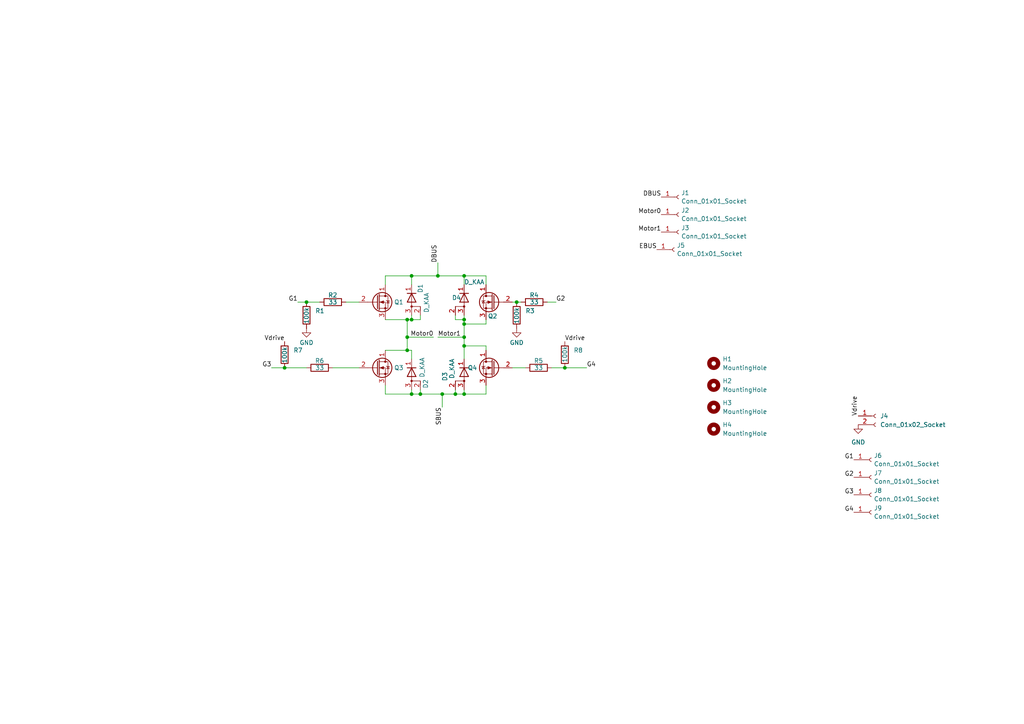
<source format=kicad_sch>
(kicad_sch (version 20231120) (generator "eeschema") (generator_version "8.0")
  (paper "A4")
  (lib_symbols
    (symbol "Connector:Conn_01x01_Socket" (pin_names (offset 1.016) hide)
      (property "Reference" "J" (at 0 2.54 0))
      (property "Value" "Conn_01x01_Socket" (at 0 -2.54 0))
      (symbol "Conn_01x01_Socket_1_1"
        (polyline (pts (xy -1.27 0) (xy -0.508 0)) (stroke (width 0.1524)))
        (arc (start 0 0.508) (mid -0.5058 0) (end 0 -0.508) (stroke (width 0.1524)))
        (pin passive line (at -5.08 0 0) (length 3.81) (name "Pin_1") (number "1"))
      )
    )
    (symbol "Connector:Conn_01x02_Socket" (pin_names (offset 1.016) hide)
      (property "Reference" "J" (at 0 2.54 0))
      (property "Value" "Conn_01x02_Socket" (at 0 -5.08 0))
      (symbol "Conn_01x02_Socket_1_1"
        (arc (start 0 -2.032) (mid -0.5058 -2.54) (end 0 -3.048) (stroke (width 0.1524)))
        (polyline (pts (xy -1.27 -2.54) (xy -0.508 -2.54)) (stroke (width 0.1524)))
        (polyline (pts (xy -1.27 0) (xy -0.508 0)) (stroke (width 0.1524)))
        (arc (start 0 0.508) (mid -0.5058 0) (end 0 -0.508) (stroke (width 0.1524)))
        (pin passive line (at -5.08 0 0) (length 3.81) (name "Pin_1") (number "1"))
        (pin passive line (at -5.08 -2.54 0) (length 3.81) (name "Pin_2") (number "2"))
      )
    )
    (symbol "Device:D_KAA" (pin_names (offset 0) hide)
      (property "Reference" "D" (at 0 2.54 0))
      (property "Value" "D_KAA" (at 0 -2.54 0))
      (symbol "D_KAA_0_1"
        (polyline (pts (xy -1.27 1.27) (xy -1.27 -1.27)) (stroke (width 0.254)))
        (polyline (pts (xy 1.27 1.27) (xy 1.27 -1.27) (xy -1.27 0) (xy 1.27 1.27)) (stroke (width 0.254)))
        (polyline (pts (xy 3.81 2.54) (xy 2.54 2.54) (xy 2.54 0) (xy -1.27 0)))
        (circle (center 2.54 0) (radius 0.254) (fill (type outline)))
      )
      (symbol "D_KAA_1_1"
        (pin passive line (at -3.81 0 0) (length 2.54) (name "K") (number "1"))
        (pin passive line (at 5.08 2.54 180) (length 2.54) (name "A") (number "2"))
        (pin passive line (at 5.08 0 180) (length 2.54) (name "A") (number "3"))
      )
    )
    (symbol "Device:Q_NMOS_Depletion_DGS" (pin_names (offset 0) hide)
      (property "Reference" "Q" (at 5.08 1.905 0))
      (property "Value" "Q_NMOS_Depletion_DGS" (at 5.08 0 0))
      (symbol "Q_NMOS_Depletion_DGS_0_1"
        (polyline (pts (xy 0.254 0) (xy -2.54 0)))
        (polyline (pts (xy 0.254 1.905) (xy 0.254 -1.905)) (stroke (width 0.254)))
        (polyline (pts (xy 0.762 2.286) (xy 0.762 -2.286)) (stroke (width 0.254)))
        (polyline (pts (xy 2.54 2.54) (xy 2.54 1.778)))
        (polyline (pts (xy 2.54 -2.54) (xy 2.54 0) (xy 0.762 0)))
        (polyline (pts (xy 0.762 -1.778) (xy 3.302 -1.778) (xy 3.302 1.778) (xy 0.762 1.778)))
        (polyline (pts (xy 1.016 0) (xy 2.032 0.381) (xy 2.032 -0.381) (xy 1.016 0)) (fill (type outline)))
        (polyline (pts (xy 2.794 0.508) (xy 2.921 0.381) (xy 3.683 0.381) (xy 3.81 0.254)))
        (polyline (pts (xy 3.302 0.381) (xy 2.921 -0.254) (xy 3.683 -0.254) (xy 3.302 0.381)))
        (circle (center 1.651 0) (radius 2.794) (stroke (width 0.254)))
        (circle (center 2.54 -1.778) (radius 0.254) (fill (type outline)))
        (circle (center 2.54 1.778) (radius 0.254) (fill (type outline)))
      )
      (symbol "Q_NMOS_Depletion_DGS_1_1"
        (pin passive line (at 2.54 5.08 270) (length 2.54) (name "D") (number "1"))
        (pin input line (at -5.08 0 0) (length 2.54) (name "G") (number "2"))
        (pin passive line (at 2.54 -5.08 90) (length 2.54) (name "S") (number "3"))
      )
    )
    (symbol "Device:R" (pin_numbers hide) (pin_names (offset 0))
      (property "Reference" "R" (at 2.032 0 90))
      (property "Value" "R" (at 0 0 90))
      (symbol "R_0_1"
        (rectangle (start -1.016 -2.54) (end 1.016 2.54) (stroke (width 0.254)))
      )
      (symbol "R_1_1"
        (pin passive line (at 0 3.81 270) (length 1.27) (name "~") (number "1"))
        (pin passive line (at 0 -3.81 90) (length 1.27) (name "~") (number "2"))
      )
    )
    (symbol "Mechanical:MountingHole" (pin_names (offset 1.016)) (exclude_from_sim yes) (in_bom no)
      (property "Reference" "H" (at 0 5.08 0))
      (property "Value" "MountingHole" (at 0 3.175 0))
      (symbol "MountingHole_0_1"
        (circle (center 0 0) (radius 1.27) (stroke (width 1.27)))
      )
    )
    (symbol "power:GND" (power) (pin_numbers hide) (pin_names (offset 0) hide)
      (property "Value" "GND" (at 0 -3.81 0))
      (symbol "GND_0_1"
        (polyline (pts (xy 0 0) (xy 0 -1.27) (xy 1.27 -1.27) (xy 0 -2.54) (xy -1.27 -1.27) (xy 0 -1.27)))
      )
      (symbol "GND_1_1"
        (pin power_in line (at 0 0 270) (length 0) (name "~") (number "1"))
      )
    )
  )
  (junction (at 134.62 93.98))
  (junction (at 118.11 101.6))
  (junction (at 88.9 87.63))
  (junction (at 118.11 97.79))
  (junction (at 128.27 114.3))
  (junction (at 119.38 80.01))
  (junction (at 118.11 92.71))
  (junction (at 163.83 106.68))
  (junction (at 149.86 87.63))
  (junction (at 134.62 114.3))
  (junction (at 119.38 114.3))
  (junction (at 134.62 80.01))
  (junction (at 134.62 100.33))
  (junction (at 132.08 114.3))
  (junction (at 119.38 92.71))
  (junction (at 127 80.01))
  (junction (at 134.62 97.79))
  (junction (at 134.62 92.71))
  (junction (at 82.55 106.68))
  (junction (at 121.92 114.3))
  (wire (pts (xy 111.76 80.01) (xy 119.38 80.01)))
  (wire (pts (xy 127 80.01) (xy 134.62 80.01)))
  (wire (pts (xy 140.97 114.3) (xy 140.97 111.76)))
  (wire (pts (xy 163.83 106.68) (xy 160.02 106.68)))
  (wire (pts (xy 119.38 80.01) (xy 127 80.01)))
  (wire (pts (xy 118.11 97.79) (xy 118.11 101.6)))
  (wire (pts (xy 140.97 93.98) (xy 134.62 93.98)))
  (wire (pts (xy 134.62 113.03) (xy 134.62 114.3)))
  (wire (pts (xy 82.55 106.68) (xy 88.9 106.68)))
  (wire (pts (xy 132.08 113.03) (xy 132.08 114.3)))
  (wire (pts (xy 119.38 80.01) (xy 119.38 82.55)))
  (wire (pts (xy 121.92 114.3) (xy 128.27 114.3)))
  (wire (pts (xy 132.08 91.44) (xy 132.08 92.71)))
  (wire (pts (xy 121.92 113.03) (xy 121.92 114.3)))
  (wire (pts (xy 140.97 80.01) (xy 140.97 82.55)))
  (wire (pts (xy 158.75 87.63) (xy 161.29 87.63)))
  (wire (pts (xy 170.18 106.68) (xy 163.83 106.68)))
  (wire (pts (xy 148.59 87.63) (xy 149.86 87.63)))
  (wire (pts (xy 134.62 114.3) (xy 140.97 114.3)))
  (wire (pts (xy 134.62 97.79) (xy 134.62 100.33)))
  (wire (pts (xy 88.9 87.63) (xy 92.71 87.63)))
  (wire (pts (xy 118.11 101.6) (xy 111.76 101.6)))
  (wire (pts (xy 127 76.2) (xy 127 80.01)))
  (wire (pts (xy 134.62 93.98) (xy 134.62 97.79)))
  (wire (pts (xy 134.62 93.98) (xy 134.62 92.71)))
  (wire (pts (xy 140.97 92.71) (xy 140.97 93.98)))
  (wire (pts (xy 111.76 82.55) (xy 111.76 80.01)))
  (wire (pts (xy 86.36 87.63) (xy 88.9 87.63)))
  (wire (pts (xy 134.62 92.71) (xy 132.08 92.71)))
  (wire (pts (xy 78.74 106.68) (xy 82.55 106.68)))
  (wire (pts (xy 100.33 87.63) (xy 104.14 87.63)))
  (wire (pts (xy 140.97 100.33) (xy 134.62 100.33)))
  (wire (pts (xy 125.73 97.79) (xy 118.11 97.79)))
  (wire (pts (xy 128.27 118.11) (xy 128.27 114.3)))
  (wire (pts (xy 149.86 87.63) (xy 151.13 87.63)))
  (wire (pts (xy 119.38 92.71) (xy 121.92 92.71)))
  (wire (pts (xy 134.62 91.44) (xy 134.62 92.71)))
  (wire (pts (xy 111.76 111.76) (xy 111.76 114.3)))
  (wire (pts (xy 134.62 80.01) (xy 140.97 80.01)))
  (wire (pts (xy 119.38 92.71) (xy 119.38 91.44)))
  (wire (pts (xy 127 97.79) (xy 134.62 97.79)))
  (wire (pts (xy 104.14 106.68) (xy 96.52 106.68)))
  (wire (pts (xy 121.92 92.71) (xy 121.92 91.44)))
  (wire (pts (xy 119.38 101.6) (xy 119.38 104.14)))
  (wire (pts (xy 118.11 92.71) (xy 111.76 92.71)))
  (wire (pts (xy 128.27 114.3) (xy 132.08 114.3)))
  (wire (pts (xy 148.59 106.68) (xy 152.4 106.68)))
  (wire (pts (xy 134.62 100.33) (xy 134.62 104.14)))
  (wire (pts (xy 118.11 92.71) (xy 118.11 97.79)))
  (wire (pts (xy 132.08 114.3) (xy 134.62 114.3)))
  (wire (pts (xy 118.11 101.6) (xy 119.38 101.6)))
  (wire (pts (xy 119.38 114.3) (xy 121.92 114.3)))
  (wire (pts (xy 134.62 80.01) (xy 134.62 82.55)))
  (wire (pts (xy 111.76 114.3) (xy 119.38 114.3)))
  (wire (pts (xy 140.97 100.33) (xy 140.97 101.6)))
  (wire (pts (xy 119.38 113.03) (xy 119.38 114.3)))
  (wire (pts (xy 118.11 92.71) (xy 119.38 92.71)))
  (label "Vdrive" (at 163.83 99.06 0))
  (label "DBUS" (at 191.77 57.15 180))
  (label "Motor0" (at 125.73 97.79 180))
  (label "G2" (at 247.65 138.43 180))
  (label "Vdrive" (at 82.55 99.06 180))
  (label "DBUS" (at 127 76.2 90))
  (label "Motor1" (at 127 97.79 0))
  (label "EBUS" (at 190.5 72.39 180))
  (label "Vdrive" (at 248.92 120.65 90))
  (label "Motor0" (at 191.77 62.23 180))
  (label "SBUS" (at 128.27 118.11 270))
  (label "G3" (at 78.74 106.68 180))
  (label "G1" (at 86.36 87.63 180))
  (label "G4" (at 170.18 106.68 0))
  (label "G4" (at 247.65 148.59 180))
  (label "G1" (at 247.65 133.35 180))
  (label "G3" (at 247.65 143.51 180))
  (label "Motor1" (at 191.77 67.31 180))
  (label "G2" (at 161.29 87.63 0))
  (symbol (lib_id "Device:R") (at 96.52 87.63 90) (unit 1)
    (property "Reference" "R2" (at 96.52 85.598 90))
    (property "Value" "33" (at 96.52 87.63 90))
    (property "Footprint" "Resistor_SMD:R_0402_1005Metric" (effects (hide yes)))
    (property "Description" "Resistor" (effects (hide yes)))
  )
  (symbol (lib_id "Connector:Conn_01x01_Socket") (at 252.73 138.43 0) (unit 1)
    (property "Reference" "J7" (at 253.4412 137.2178 0) (effects (justify left)))
    (property "Value" "Conn_01x01_Socket" (at 253.4412 139.6421 0) (effects (justify left)))
    (property "Footprint" "Connector_PinHeader_2.54mm:PinHeader_1x01_P2.54mm_Vertical" (effects (hide yes)))
    (property "Description" "Generic connector, single row, 01x01, script generated" (effects (hide yes)))
  )
  (symbol (lib_id "Device:Q_NMOS_Depletion_DGS") (at 109.22 87.63 0) (unit 1)
    (property "Reference" "Q1" (at 114.3 87.63 0) (effects (justify left)))
    (property "Value" "Q_NMOS_Depletion_DGS" (effects (hide yes)))
    (property "Description" "Depletion-mode N-channel MOSFET, drain/gate/source" (effects (hide yes)))
  )
  (symbol (lib_id "Device:D_KAA") (at 119.38 86.36 270) (unit 1)
    (property "Reference" "D1" (at 121.92 82.296 0) (effects (justify left)))
    (property "Value" "D_KAA" (at 123.698 84.836 0) (effects (justify left)))
    (property "Description" "Diode, anode on pins 2 and 3" (effects (hide yes)))
  )
  (symbol (lib_id "Device:R") (at 163.83 102.87 0) (mirror y) (unit 1)
    (property "Reference" "R8" (at 166.37 101.5999 0) (effects (justify right)))
    (property "Value" "100k" (at 163.83 100.33 90) (effects (justify right)))
    (property "Footprint" "Resistor_SMD:R_0402_1005Metric" (effects (hide yes)))
    (property "Description" "Resistor" (effects (hide yes)))
  )
  (symbol (lib_id "Connector:Conn_01x01_Socket") (at 252.73 148.59 0) (unit 1)
    (property "Reference" "J9" (at 253.4412 147.3778 0) (effects (justify left)))
    (property "Value" "Conn_01x01_Socket" (at 253.4412 149.8021 0) (effects (justify left)))
    (property "Footprint" "Connector_PinHeader_2.54mm:PinHeader_1x01_P2.54mm_Vertical" (effects (hide yes)))
    (property "Description" "Generic connector, single row, 01x01, script generated" (effects (hide yes)))
  )
  (symbol (lib_id "Connector:Conn_01x02_Socket") (at 254 120.65 0) (unit 1)
    (property "Reference" "J4" (at 255.27 120.6499 0) (effects (justify left)))
    (property "Value" "Conn_01x02_Socket" (at 255.27 123.1899 0) (effects (justify left)))
    (property "Footprint" "Connector_PinHeader_2.54mm:PinHeader_1x02_P2.54mm_Vertical" (effects (hide yes)))
    (property "Description" "Generic connector, single row, 01x02, script generated" (effects (hide yes)))
  )
  (symbol (lib_id "power:GND") (at 149.86 95.25 0) (unit 1)
    (property "Reference" "#PWR01" (effects (hide yes)))
    (property "Value" "GND" (at 149.86 99.3831 0))
    (property "Description" "Power symbol creates a global label with name \"GND\" , ground" (effects (hide yes)))
  )
  (symbol (lib_id "Device:R") (at 82.55 102.87 0) (unit 1)
    (property "Reference" "R7" (at 85.09 101.5999 0) (effects (justify left)))
    (property "Value" "100k" (at 82.55 105.41 90) (effects (justify left)))
    (property "Footprint" "Resistor_SMD:R_0402_1005Metric" (effects (hide yes)))
    (property "Description" "Resistor" (effects (hide yes)))
  )
  (symbol (lib_id "Mechanical:MountingHole") (at 207.01 124.46 0) (unit 1) (exclude_from_sim yes) (in_bom no)
    (property "Reference" "H4" (at 209.55 123.1899 0) (effects (justify left)))
    (property "Value" "MountingHole" (at 209.55 125.7299 0) (effects (justify left)))
    (property "Footprint" "MountingHole:MountingHole_5.3mm_M5" (effects (hide yes)))
    (property "Description" "Mounting Hole without connection" (effects (hide yes)))
  )
  (symbol (lib_id "Mechanical:MountingHole") (at 207.01 111.76 0) (unit 1) (exclude_from_sim yes) (in_bom no)
    (property "Reference" "H2" (at 209.55 110.4899 0) (effects (justify left)))
    (property "Value" "MountingHole" (at 209.55 113.0299 0) (effects (justify left)))
    (property "Footprint" "MountingHole:MountingHole_5.3mm_M5" (effects (hide yes)))
    (property "Description" "Mounting Hole without connection" (effects (hide yes)))
  )
  (symbol (lib_id "Connector:Conn_01x01_Socket") (at 196.85 62.23 0) (unit 1)
    (property "Reference" "J2" (at 197.5612 61.0178 0) (effects (justify left)))
    (property "Value" "Conn_01x01_Socket" (at 197.5612 63.4421 0) (effects (justify left)))
    (property "Footprint" "TerminalBlock_Wuerth:Wuerth_REDCUBE-THR_WP-THRSH_74651194_THR" (effects (hide yes)))
    (property "Description" "Generic connector, single row, 01x01, script generated" (effects (hide yes)))
  )
  (symbol (lib_id "Device:D_KAA") (at 134.62 107.95 90) (mirror x) (unit 1)
    (property "Reference" "D3" (at 129.032 109.22 0))
    (property "Value" "D_KAA" (at 131.064 106.934 0))
    (property "Description" "Diode, anode on pins 2 and 3" (effects (hide yes)))
  )
  (symbol (lib_id "Device:R") (at 149.86 91.44 0) (unit 1)
    (property "Reference" "R3" (at 152.4 90.1699 0) (effects (justify left)))
    (property "Value" "100k" (at 149.86 93.98 90) (effects (justify left)))
    (property "Footprint" "Resistor_SMD:R_0402_1005Metric" (effects (hide yes)))
    (property "Description" "Resistor" (effects (hide yes)))
  )
  (symbol (lib_id "Device:Q_NMOS_Depletion_DGS") (at 109.22 106.68 0) (unit 1)
    (property "Reference" "Q3" (at 114.3 106.68 0) (effects (justify left)))
    (property "Value" "Q_NMOS_Depletion_DGS" (effects (hide yes)))
    (property "Description" "Depletion-mode N-channel MOSFET, drain/gate/source" (effects (hide yes)))
  )
  (symbol (lib_id "Device:D_KAA") (at 119.38 107.95 270) (unit 1)
    (property "Reference" "D2" (at 123.444 109.982 0) (effects (justify left)))
    (property "Value" "D_KAA" (at 122.428 103.632 0) (effects (justify left)))
    (property "Description" "Diode, anode on pins 2 and 3" (effects (hide yes)))
  )
  (symbol (lib_id "Connector:Conn_01x01_Socket") (at 196.85 57.15 0) (unit 1)
    (property "Reference" "J1" (at 197.5612 55.9378 0) (effects (justify left)))
    (property "Value" "Conn_01x01_Socket" (at 197.5612 58.3621 0) (effects (justify left)))
    (property "Footprint" "TerminalBlock_Wuerth:Wuerth_REDCUBE-THR_WP-THRSH_74651194_THR" (effects (hide yes)))
    (property "Description" "Generic connector, single row, 01x01, script generated" (effects (hide yes)))
  )
  (symbol (lib_id "Connector:Conn_01x01_Socket") (at 196.85 67.31 0) (unit 1)
    (property "Reference" "J3" (at 197.5612 66.0978 0) (effects (justify left)))
    (property "Value" "Conn_01x01_Socket" (at 197.5612 68.5221 0) (effects (justify left)))
    (property "Footprint" "TerminalBlock_Wuerth:Wuerth_REDCUBE-THR_WP-THRSH_74651194_THR" (effects (hide yes)))
    (property "Description" "Generic connector, single row, 01x01, script generated" (effects (hide yes)))
  )
  (symbol (lib_id "Connector:Conn_01x01_Socket") (at 252.73 133.35 0) (unit 1)
    (property "Reference" "J6" (at 253.4412 132.1378 0) (effects (justify left)))
    (property "Value" "Conn_01x01_Socket" (at 253.4412 134.5621 0) (effects (justify left)))
    (property "Footprint" "Connector_PinHeader_2.54mm:PinHeader_1x01_P2.54mm_Vertical" (effects (hide yes)))
    (property "Description" "Generic connector, single row, 01x01, script generated" (effects (hide yes)))
  )
  (symbol (lib_id "Device:D_KAA") (at 134.62 86.36 90) (mirror x) (unit 1)
    (property "Reference" "D4" (at 131.064 86.36 90) (effects (justify right)))
    (property "Value" "D_KAA" (at 134.62 81.788 90) (effects (justify right)))
    (property "Description" "Diode, anode on pins 2 and 3" (effects (hide yes)))
  )
  (symbol (lib_id "power:GND") (at 88.9 95.25 0) (unit 1)
    (property "Reference" "#PWR02" (effects (hide yes)))
    (property "Value" "GND" (at 88.9 99.3831 0))
    (property "Description" "Power symbol creates a global label with name \"GND\" , ground" (effects (hide yes)))
  )
  (symbol (lib_id "Device:R") (at 154.94 87.63 270) (mirror x) (unit 1)
    (property "Reference" "R4" (at 154.94 85.598 90))
    (property "Value" "33" (at 154.94 87.63 90))
    (property "Footprint" "Resistor_SMD:R_0402_1005Metric" (effects (hide yes)))
    (property "Description" "Resistor" (effects (hide yes)))
  )
  (symbol (lib_id "Device:R") (at 88.9 91.44 0) (unit 1)
    (property "Reference" "R1" (at 91.44 90.1699 0) (effects (justify left)))
    (property "Value" "100k" (at 88.9 93.98 90) (effects (justify left)))
    (property "Footprint" "Resistor_SMD:R_0402_1005Metric" (effects (hide yes)))
    (property "Description" "Resistor" (effects (hide yes)))
  )
  (symbol (lib_id "Device:Q_NMOS_Depletion_DGS") (at 143.51 106.68 0) (mirror y) (unit 1)
    (property "Reference" "Q4" (at 138.43 106.68 0) (effects (justify left)))
    (property "Value" "Q_NMOS_Depletion_DGS" (effects (hide yes)))
    (property "Description" "Depletion-mode N-channel MOSFET, drain/gate/source" (effects (hide yes)))
  )
  (symbol (lib_id "Connector:Conn_01x01_Socket") (at 252.73 143.51 0) (unit 1)
    (property "Reference" "J8" (at 253.4412 142.2978 0) (effects (justify left)))
    (property "Value" "Conn_01x01_Socket" (at 253.4412 144.7221 0) (effects (justify left)))
    (property "Footprint" "Connector_PinHeader_2.54mm:PinHeader_1x01_P2.54mm_Vertical" (effects (hide yes)))
    (property "Description" "Generic connector, single row, 01x01, script generated" (effects (hide yes)))
  )
  (symbol (lib_id "Mechanical:MountingHole") (at 207.01 118.11 0) (unit 1) (exclude_from_sim yes) (in_bom no)
    (property "Reference" "H3" (at 209.55 116.8399 0) (effects (justify left)))
    (property "Value" "MountingHole" (at 209.55 119.3799 0) (effects (justify left)))
    (property "Footprint" "MountingHole:MountingHole_5.3mm_M5" (effects (hide yes)))
    (property "Description" "Mounting Hole without connection" (effects (hide yes)))
  )
  (symbol (lib_id "Device:R") (at 92.71 106.68 270) (mirror x) (unit 1)
    (property "Reference" "R6" (at 92.71 104.648 90))
    (property "Value" "33" (at 92.71 106.68 90))
    (property "Footprint" "Resistor_SMD:R_0402_1005Metric" (effects (hide yes)))
    (property "Description" "Resistor" (effects (hide yes)))
  )
  (symbol (lib_id "Connector:Conn_01x01_Socket") (at 195.58 72.39 0) (unit 1)
    (property "Reference" "J5" (at 196.2912 71.1778 0) (effects (justify left)))
    (property "Value" "Conn_01x01_Socket" (at 196.2912 73.6021 0) (effects (justify left)))
    (property "Footprint" "TerminalBlock_Wuerth:Wuerth_REDCUBE-THR_WP-THRSH_74651194_THR" (effects (hide yes)))
    (property "Description" "Generic connector, single row, 01x01, script generated" (effects (hide yes)))
  )
  (symbol (lib_id "power:GND") (at 248.92 123.19 0) (unit 1)
    (property "Reference" "#PWR03" (effects (hide yes)))
    (property "Value" "GND" (at 248.92 128.27 0))
    (property "Description" "Power symbol creates a global label with name \"GND\" , ground" (effects (hide yes)))
  )
  (symbol (lib_id "Mechanical:MountingHole") (at 207.01 105.41 0) (unit 1) (exclude_from_sim yes) (in_bom no)
    (property "Reference" "H1" (at 209.55 104.1399 0) (effects (justify left)))
    (property "Value" "MountingHole" (at 209.55 106.6799 0) (effects (justify left)))
    (property "Footprint" "MountingHole:MountingHole_5.3mm_M5" (effects (hide yes)))
    (property "Description" "Mounting Hole without connection" (effects (hide yes)))
  )
  (symbol (lib_id "Device:R") (at 156.21 106.68 270) (mirror x) (unit 1)
    (property "Reference" "R5" (at 156.21 104.648 90))
    (property "Value" "33" (at 156.21 106.68 90))
    (property "Footprint" "Resistor_SMD:R_0402_1005Metric" (effects (hide yes)))
    (property "Description" "Resistor" (effects (hide yes)))
  )
  (symbol (lib_id "Device:Q_NMOS_Depletion_DGS") (at 143.51 87.63 0) (mirror y) (unit 1)
    (property "Reference" "Q2" (at 144.272 91.694 0) (effects (justify left)))
    (property "Value" "Q_NMOS_Depletion_DGS" (effects (hide yes)))
    (property "Description" "Depletion-mode N-channel MOSFET, drain/gate/source" (effects (hide yes)))
  )
)
</source>
